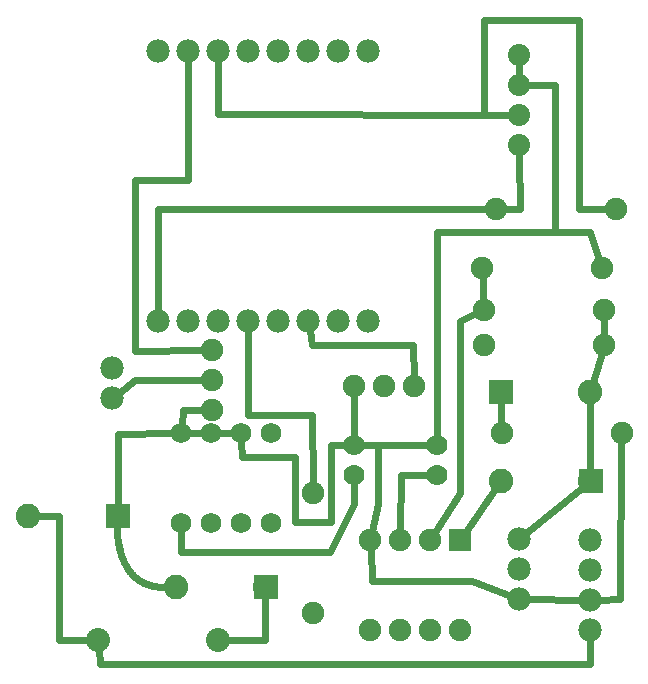
<source format=gtl>
G04 MADE WITH FRITZING*
G04 WWW.FRITZING.ORG*
G04 DOUBLE SIDED*
G04 HOLES PLATED*
G04 CONTOUR ON CENTER OF CONTOUR VECTOR*
%ASAXBY*%
%FSLAX23Y23*%
%MOIN*%
%OFA0B0*%
%SFA1.0B1.0*%
%ADD10C,0.075000*%
%ADD11C,0.068000*%
%ADD12C,0.070000*%
%ADD13C,0.082000*%
%ADD14C,0.080000*%
%ADD15C,0.077778*%
%ADD16C,0.078000*%
%ADD17C,0.073889*%
%ADD18R,0.082000X0.082000*%
%ADD19R,0.075000X0.075000*%
%ADD20C,0.024000*%
%ADD21R,0.001000X0.001000*%
%LNCOPPER1*%
G90*
G70*
G54D10*
X793Y1098D03*
X793Y998D03*
X793Y898D03*
X1466Y976D03*
X1366Y976D03*
X1266Y976D03*
X1758Y819D03*
X2158Y819D03*
X1699Y1114D03*
X2099Y1114D03*
G54D11*
X990Y819D03*
X890Y819D03*
X790Y819D03*
X690Y819D03*
X690Y519D03*
X790Y519D03*
X890Y519D03*
X990Y519D03*
X990Y819D03*
X890Y819D03*
X790Y819D03*
X690Y819D03*
X690Y519D03*
X790Y519D03*
X890Y519D03*
X990Y519D03*
G54D12*
X1266Y780D03*
X1266Y680D03*
G54D13*
X970Y307D03*
X672Y307D03*
G54D14*
X413Y130D03*
X813Y130D03*
G54D15*
X1312Y2094D03*
X1212Y2094D03*
X1112Y2094D03*
X1012Y2094D03*
X912Y2094D03*
X812Y2094D03*
X712Y2094D03*
X612Y2094D03*
X612Y1194D03*
X712Y1194D03*
X812Y1194D03*
X912Y1194D03*
X1012Y1194D03*
X1112Y1194D03*
X1212Y1194D03*
X1312Y1194D03*
G54D16*
X2053Y465D03*
X2053Y365D03*
X2053Y265D03*
X2053Y165D03*
X459Y937D03*
X459Y1037D03*
X1817Y268D03*
X1817Y368D03*
X1817Y468D03*
G54D17*
X1817Y2079D03*
X1817Y1979D03*
X1817Y1879D03*
X1817Y1779D03*
G54D13*
X478Y543D03*
X178Y543D03*
G54D10*
X1620Y465D03*
X1620Y165D03*
X1520Y465D03*
X1520Y165D03*
X1420Y465D03*
X1420Y165D03*
X1320Y465D03*
X1320Y165D03*
X1738Y1567D03*
X2138Y1567D03*
X1699Y1232D03*
X2099Y1232D03*
X2092Y1370D03*
X1692Y1370D03*
G54D13*
X1755Y957D03*
X2053Y957D03*
X2053Y661D03*
X1755Y661D03*
G54D10*
X1128Y622D03*
X1128Y222D03*
G54D12*
X1541Y681D03*
X1541Y781D03*
G54D18*
X971Y307D03*
X478Y543D03*
G54D19*
X1620Y465D03*
G54D18*
X1754Y957D03*
X2054Y661D03*
G54D20*
X537Y1094D02*
X765Y1097D01*
D02*
X537Y1664D02*
X537Y1094D01*
D02*
X713Y1664D02*
X537Y1664D01*
D02*
X712Y2065D02*
X713Y1664D01*
D02*
X281Y129D02*
X382Y130D01*
D02*
X281Y543D02*
X281Y129D01*
D02*
X210Y543D02*
X281Y543D01*
D02*
X2053Y694D02*
X2053Y925D01*
D02*
X1756Y925D02*
X1757Y848D01*
D02*
X2152Y267D02*
X2157Y790D01*
D02*
X2083Y265D02*
X2152Y267D01*
D02*
X479Y818D02*
X478Y575D01*
D02*
X663Y819D02*
X479Y818D01*
D02*
X1127Y879D02*
X911Y879D01*
D02*
X911Y879D02*
X912Y1165D01*
D02*
X1128Y651D02*
X1127Y879D01*
D02*
X695Y897D02*
X765Y897D01*
D02*
X692Y846D02*
X695Y897D01*
D02*
X537Y996D02*
X483Y955D01*
D02*
X765Y997D02*
X537Y996D01*
D02*
X1463Y1115D02*
X1465Y1005D01*
D02*
X1127Y1115D02*
X1463Y1115D01*
D02*
X1118Y1165D02*
X1127Y1115D01*
D02*
X1266Y806D02*
X1266Y948D01*
D02*
X1292Y780D02*
X1515Y781D01*
D02*
X812Y1883D02*
X812Y2065D01*
D02*
X1783Y1879D02*
X812Y1883D01*
D02*
X970Y129D02*
X970Y275D01*
D02*
X844Y130D02*
X970Y129D01*
D02*
X2099Y1143D02*
X2099Y1204D01*
D02*
X2053Y957D02*
X2091Y1087D01*
D02*
X2053Y694D02*
X2053Y957D01*
D02*
X2053Y50D02*
X420Y50D01*
D02*
X420Y50D02*
X416Y99D01*
D02*
X2053Y135D02*
X2053Y50D01*
D02*
X717Y819D02*
X763Y819D01*
D02*
X1847Y267D02*
X2023Y265D01*
D02*
X1345Y583D02*
X1326Y493D01*
D02*
X1188Y780D02*
X1265Y780D01*
D02*
X1188Y523D02*
X1188Y780D01*
D02*
X1265Y780D02*
X1247Y798D01*
D02*
X1659Y327D02*
X1789Y278D01*
D02*
X1325Y327D02*
X1659Y327D01*
D02*
X1321Y436D02*
X1325Y327D01*
D02*
X1345Y780D02*
X1345Y583D01*
D02*
X1292Y780D02*
X1345Y780D01*
D02*
X891Y739D02*
X1069Y739D01*
D02*
X1069Y739D02*
X1069Y523D01*
D02*
X1069Y523D02*
X1188Y523D01*
D02*
X890Y792D02*
X891Y739D01*
D02*
X817Y819D02*
X863Y819D01*
D02*
X1817Y2013D02*
X1817Y2045D01*
D02*
X2053Y1490D02*
X1936Y1490D01*
D02*
X2053Y1490D02*
X1936Y1490D01*
D02*
X1541Y1490D02*
X1541Y807D01*
D02*
X690Y424D02*
X1186Y424D01*
D02*
X1186Y424D02*
X1267Y584D01*
D02*
X690Y492D02*
X690Y424D01*
D02*
X1936Y1979D02*
X1851Y1979D01*
D02*
X1936Y1490D02*
X1936Y1979D01*
D02*
X2083Y1397D02*
X2053Y1490D01*
D02*
X1936Y1490D02*
X1541Y1490D01*
D02*
X2083Y1397D02*
X2053Y1490D01*
D02*
X1422Y681D02*
X1420Y493D01*
D02*
X1515Y681D02*
X1422Y681D01*
D02*
X1698Y2198D02*
X2014Y2198D01*
D02*
X2014Y2198D02*
X2014Y1568D01*
D02*
X1698Y1881D02*
X1698Y2198D01*
D02*
X1620Y1194D02*
X1620Y621D01*
D02*
X1620Y621D02*
X1535Y489D01*
D02*
X1673Y1220D02*
X1620Y1194D01*
D02*
X1694Y1342D02*
X1697Y1261D01*
D02*
X2028Y641D02*
X1840Y487D01*
D02*
X1737Y635D02*
X1636Y488D01*
D02*
X1267Y584D02*
X1266Y653D01*
D02*
X2014Y1568D02*
X2109Y1567D01*
D02*
X1818Y1568D02*
X1817Y1745D01*
D02*
X1783Y1880D02*
X1698Y1881D01*
D02*
X612Y1567D02*
X1709Y1567D01*
D02*
X612Y1223D02*
X612Y1567D01*
D02*
X1767Y1567D02*
X1818Y1568D01*
G54D21*
X474Y556D02*
X481Y556D01*
X472Y555D02*
X483Y555D01*
X471Y554D02*
X485Y554D01*
X470Y553D02*
X486Y553D01*
X469Y552D02*
X487Y552D01*
X468Y551D02*
X487Y551D01*
X467Y550D02*
X488Y550D01*
X467Y549D02*
X488Y549D01*
X467Y548D02*
X489Y548D01*
X466Y547D02*
X489Y547D01*
X466Y546D02*
X489Y546D01*
X466Y545D02*
X489Y545D01*
X466Y544D02*
X489Y544D01*
X466Y543D02*
X489Y543D01*
X466Y542D02*
X489Y542D01*
X466Y541D02*
X489Y541D01*
X466Y540D02*
X489Y540D01*
X466Y539D02*
X489Y539D01*
X466Y538D02*
X489Y538D01*
X466Y537D02*
X489Y537D01*
X465Y536D02*
X489Y536D01*
X465Y535D02*
X488Y535D01*
X465Y534D02*
X488Y534D01*
X465Y533D02*
X488Y533D01*
X465Y532D02*
X488Y532D01*
X465Y531D02*
X488Y531D01*
X465Y530D02*
X488Y530D01*
X465Y529D02*
X488Y529D01*
X465Y528D02*
X488Y528D01*
X465Y527D02*
X488Y527D01*
X465Y526D02*
X488Y526D01*
X465Y525D02*
X488Y525D01*
X465Y524D02*
X488Y524D01*
X465Y523D02*
X488Y523D01*
X465Y522D02*
X488Y522D01*
X465Y521D02*
X488Y521D01*
X465Y520D02*
X488Y520D01*
X465Y519D02*
X488Y519D01*
X465Y518D02*
X488Y518D01*
X465Y517D02*
X488Y517D01*
X465Y516D02*
X488Y516D01*
X465Y515D02*
X488Y515D01*
X465Y514D02*
X488Y514D01*
X465Y513D02*
X488Y513D01*
X465Y512D02*
X488Y512D01*
X465Y511D02*
X488Y511D01*
X465Y510D02*
X488Y510D01*
X465Y509D02*
X488Y509D01*
X465Y508D02*
X488Y508D01*
X465Y507D02*
X488Y507D01*
X465Y506D02*
X488Y506D01*
X465Y505D02*
X488Y505D01*
X465Y504D02*
X488Y504D01*
X465Y503D02*
X488Y503D01*
X465Y502D02*
X488Y502D01*
X465Y501D02*
X488Y501D01*
X465Y500D02*
X488Y500D01*
X465Y499D02*
X488Y499D01*
X465Y498D02*
X488Y498D01*
X465Y497D02*
X488Y497D01*
X465Y496D02*
X488Y496D01*
X465Y495D02*
X488Y495D01*
X465Y494D02*
X488Y494D01*
X465Y493D02*
X488Y493D01*
X465Y492D02*
X488Y492D01*
X465Y491D02*
X488Y491D01*
X466Y490D02*
X489Y490D01*
X466Y489D02*
X489Y489D01*
X466Y488D02*
X489Y488D01*
X466Y487D02*
X489Y487D01*
X466Y486D02*
X489Y486D01*
X466Y485D02*
X489Y485D01*
X466Y484D02*
X489Y484D01*
X466Y483D02*
X489Y483D01*
X466Y482D02*
X489Y482D01*
X466Y481D02*
X489Y481D01*
X466Y480D02*
X489Y480D01*
X466Y479D02*
X489Y479D01*
X466Y478D02*
X489Y478D01*
X467Y477D02*
X490Y477D01*
X467Y476D02*
X490Y476D01*
X467Y475D02*
X490Y475D01*
X467Y474D02*
X490Y474D01*
X467Y473D02*
X490Y473D01*
X467Y472D02*
X490Y472D01*
X467Y471D02*
X490Y471D01*
X467Y470D02*
X490Y470D01*
X467Y469D02*
X490Y469D01*
X467Y468D02*
X491Y468D01*
X468Y467D02*
X491Y467D01*
X468Y466D02*
X491Y466D01*
X468Y465D02*
X491Y465D01*
X468Y464D02*
X491Y464D01*
X468Y463D02*
X491Y463D01*
X468Y462D02*
X491Y462D01*
X468Y461D02*
X492Y461D01*
X468Y460D02*
X492Y460D01*
X469Y459D02*
X492Y459D01*
X469Y458D02*
X492Y458D01*
X469Y457D02*
X492Y457D01*
X469Y456D02*
X492Y456D01*
X469Y455D02*
X492Y455D01*
X469Y454D02*
X493Y454D01*
X470Y453D02*
X493Y453D01*
X470Y452D02*
X493Y452D01*
X470Y451D02*
X493Y451D01*
X470Y450D02*
X493Y450D01*
X470Y449D02*
X494Y449D01*
X470Y448D02*
X494Y448D01*
X471Y447D02*
X494Y447D01*
X471Y446D02*
X494Y446D01*
X471Y445D02*
X494Y445D01*
X471Y444D02*
X495Y444D01*
X471Y443D02*
X495Y443D01*
X472Y442D02*
X495Y442D01*
X472Y441D02*
X495Y441D01*
X472Y440D02*
X495Y440D01*
X472Y439D02*
X496Y439D01*
X472Y438D02*
X496Y438D01*
X473Y437D02*
X496Y437D01*
X473Y436D02*
X496Y436D01*
X473Y435D02*
X497Y435D01*
X473Y434D02*
X497Y434D01*
X473Y433D02*
X497Y433D01*
X474Y432D02*
X497Y432D01*
X474Y431D02*
X498Y431D01*
X474Y430D02*
X498Y430D01*
X474Y429D02*
X498Y429D01*
X475Y428D02*
X498Y428D01*
X475Y427D02*
X499Y427D01*
X475Y426D02*
X499Y426D01*
X475Y425D02*
X499Y425D01*
X476Y424D02*
X500Y424D01*
X476Y423D02*
X500Y423D01*
X476Y422D02*
X500Y422D01*
X476Y421D02*
X500Y421D01*
X477Y420D02*
X501Y420D01*
X477Y419D02*
X501Y419D01*
X477Y418D02*
X501Y418D01*
X478Y417D02*
X502Y417D01*
X478Y416D02*
X502Y416D01*
X478Y415D02*
X502Y415D01*
X478Y414D02*
X503Y414D01*
X479Y413D02*
X503Y413D01*
X479Y412D02*
X503Y412D01*
X479Y411D02*
X504Y411D01*
X480Y410D02*
X504Y410D01*
X480Y409D02*
X504Y409D01*
X480Y408D02*
X505Y408D01*
X481Y407D02*
X505Y407D01*
X481Y406D02*
X506Y406D01*
X481Y405D02*
X506Y405D01*
X482Y404D02*
X506Y404D01*
X482Y403D02*
X507Y403D01*
X483Y402D02*
X507Y402D01*
X483Y401D02*
X508Y401D01*
X483Y400D02*
X508Y400D01*
X484Y399D02*
X508Y399D01*
X484Y398D02*
X509Y398D01*
X484Y397D02*
X509Y397D01*
X485Y396D02*
X510Y396D01*
X485Y395D02*
X510Y395D01*
X486Y394D02*
X511Y394D01*
X486Y393D02*
X511Y393D01*
X486Y392D02*
X512Y392D01*
X487Y391D02*
X512Y391D01*
X487Y390D02*
X513Y390D01*
X488Y389D02*
X513Y389D01*
X488Y388D02*
X514Y388D01*
X489Y387D02*
X514Y387D01*
X489Y386D02*
X515Y386D01*
X489Y385D02*
X515Y385D01*
X490Y384D02*
X516Y384D01*
X491Y383D02*
X516Y383D01*
X491Y382D02*
X517Y382D01*
X492Y381D02*
X517Y381D01*
X492Y380D02*
X518Y380D01*
X493Y379D02*
X519Y379D01*
X493Y378D02*
X519Y378D01*
X494Y377D02*
X520Y377D01*
X494Y376D02*
X520Y376D01*
X495Y375D02*
X521Y375D01*
X495Y374D02*
X522Y374D01*
X496Y373D02*
X522Y373D01*
X496Y372D02*
X523Y372D01*
X497Y371D02*
X524Y371D01*
X497Y370D02*
X525Y370D01*
X498Y369D02*
X525Y369D01*
X499Y368D02*
X526Y368D01*
X499Y367D02*
X527Y367D01*
X500Y366D02*
X527Y366D01*
X500Y365D02*
X528Y365D01*
X501Y364D02*
X529Y364D01*
X502Y363D02*
X530Y363D01*
X502Y362D02*
X531Y362D01*
X503Y361D02*
X531Y361D01*
X503Y360D02*
X532Y360D01*
X504Y359D02*
X533Y359D01*
X505Y358D02*
X534Y358D01*
X506Y357D02*
X535Y357D01*
X506Y356D02*
X536Y356D01*
X507Y355D02*
X537Y355D01*
X508Y354D02*
X538Y354D01*
X508Y353D02*
X539Y353D01*
X509Y352D02*
X540Y352D01*
X510Y351D02*
X541Y351D01*
X511Y350D02*
X542Y350D01*
X511Y349D02*
X543Y349D01*
X512Y348D02*
X544Y348D01*
X513Y347D02*
X545Y347D01*
X514Y346D02*
X547Y346D01*
X515Y345D02*
X548Y345D01*
X516Y344D02*
X549Y344D01*
X517Y343D02*
X550Y343D01*
X517Y342D02*
X552Y342D01*
X518Y341D02*
X553Y341D01*
X519Y340D02*
X554Y340D01*
X520Y339D02*
X556Y339D01*
X521Y338D02*
X557Y338D01*
X522Y337D02*
X559Y337D01*
X523Y336D02*
X561Y336D01*
X524Y335D02*
X562Y335D01*
X525Y334D02*
X564Y334D01*
X526Y333D02*
X566Y333D01*
X527Y332D02*
X568Y332D01*
X528Y331D02*
X570Y331D01*
X529Y330D02*
X572Y330D01*
X531Y329D02*
X574Y329D01*
X532Y328D02*
X576Y328D01*
X533Y327D02*
X579Y327D01*
X534Y326D02*
X582Y326D01*
X535Y325D02*
X585Y325D01*
X537Y324D02*
X588Y324D01*
X538Y323D02*
X591Y323D01*
X539Y322D02*
X595Y322D01*
X541Y321D02*
X599Y321D01*
X542Y320D02*
X605Y320D01*
X667Y320D02*
X675Y320D01*
X544Y319D02*
X611Y319D01*
X660Y319D02*
X677Y319D01*
X545Y318D02*
X621Y318D01*
X648Y318D02*
X679Y318D01*
X547Y317D02*
X680Y317D01*
X548Y316D02*
X681Y316D01*
X550Y315D02*
X681Y315D01*
X552Y314D02*
X682Y314D01*
X554Y313D02*
X682Y313D01*
X555Y312D02*
X683Y312D01*
X557Y311D02*
X683Y311D01*
X559Y310D02*
X683Y310D01*
X561Y309D02*
X683Y309D01*
X564Y308D02*
X683Y308D01*
X566Y307D02*
X683Y307D01*
X568Y306D02*
X683Y306D01*
X571Y305D02*
X683Y305D01*
X573Y304D02*
X682Y304D01*
X576Y303D02*
X682Y303D01*
X579Y302D02*
X681Y302D01*
X582Y301D02*
X681Y301D01*
X586Y300D02*
X680Y300D01*
X589Y299D02*
X678Y299D01*
X593Y298D02*
X677Y298D01*
X598Y297D02*
X674Y297D01*
X604Y296D02*
X668Y296D01*
X611Y295D02*
X659Y295D01*
X623Y294D02*
X646Y294D01*
D02*
G04 End of Copper1*
M02*
</source>
